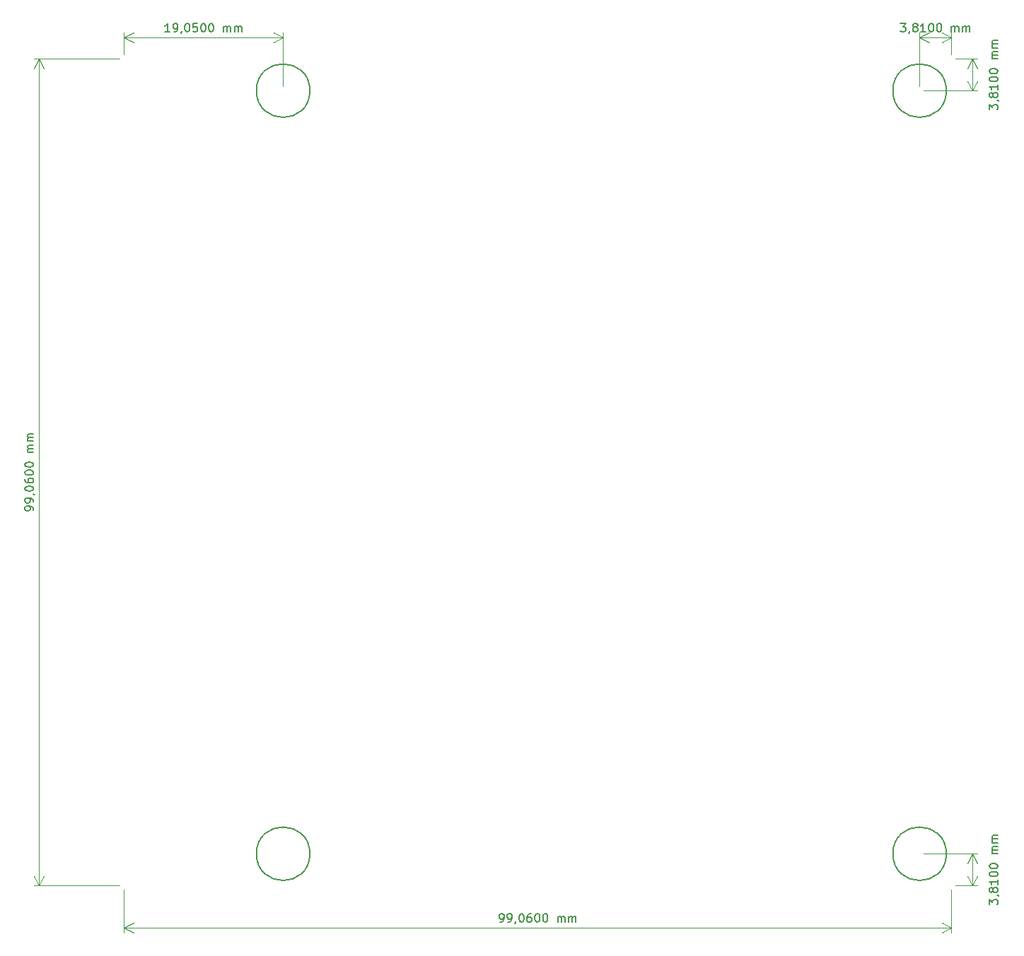
<source format=gbr>
%TF.GenerationSoftware,KiCad,Pcbnew,8.0.4-8.0.4-0~ubuntu22.04.1*%
%TF.CreationDate,2024-08-03T20:12:04+03:00*%
%TF.ProjectId,PM-CPU-ESP,504d2d43-5055-42d4-9553-502e6b696361,rev?*%
%TF.SameCoordinates,Original*%
%TF.FileFunction,Other,Comment*%
%FSLAX46Y46*%
G04 Gerber Fmt 4.6, Leading zero omitted, Abs format (unit mm)*
G04 Created by KiCad (PCBNEW 8.0.4-8.0.4-0~ubuntu22.04.1) date 2024-08-03 20:12:04*
%MOMM*%
%LPD*%
G01*
G04 APERTURE LIST*
%ADD10C,0.150000*%
%ADD11C,0.100000*%
G04 APERTURE END LIST*
D10*
X19624819Y-97233808D02*
X19624819Y-97043332D01*
X19624819Y-97043332D02*
X19577200Y-96948094D01*
X19577200Y-96948094D02*
X19529580Y-96900475D01*
X19529580Y-96900475D02*
X19386723Y-96805237D01*
X19386723Y-96805237D02*
X19196247Y-96757618D01*
X19196247Y-96757618D02*
X18815295Y-96757618D01*
X18815295Y-96757618D02*
X18720057Y-96805237D01*
X18720057Y-96805237D02*
X18672438Y-96852856D01*
X18672438Y-96852856D02*
X18624819Y-96948094D01*
X18624819Y-96948094D02*
X18624819Y-97138570D01*
X18624819Y-97138570D02*
X18672438Y-97233808D01*
X18672438Y-97233808D02*
X18720057Y-97281427D01*
X18720057Y-97281427D02*
X18815295Y-97329046D01*
X18815295Y-97329046D02*
X19053390Y-97329046D01*
X19053390Y-97329046D02*
X19148628Y-97281427D01*
X19148628Y-97281427D02*
X19196247Y-97233808D01*
X19196247Y-97233808D02*
X19243866Y-97138570D01*
X19243866Y-97138570D02*
X19243866Y-96948094D01*
X19243866Y-96948094D02*
X19196247Y-96852856D01*
X19196247Y-96852856D02*
X19148628Y-96805237D01*
X19148628Y-96805237D02*
X19053390Y-96757618D01*
X19624819Y-96281427D02*
X19624819Y-96090951D01*
X19624819Y-96090951D02*
X19577200Y-95995713D01*
X19577200Y-95995713D02*
X19529580Y-95948094D01*
X19529580Y-95948094D02*
X19386723Y-95852856D01*
X19386723Y-95852856D02*
X19196247Y-95805237D01*
X19196247Y-95805237D02*
X18815295Y-95805237D01*
X18815295Y-95805237D02*
X18720057Y-95852856D01*
X18720057Y-95852856D02*
X18672438Y-95900475D01*
X18672438Y-95900475D02*
X18624819Y-95995713D01*
X18624819Y-95995713D02*
X18624819Y-96186189D01*
X18624819Y-96186189D02*
X18672438Y-96281427D01*
X18672438Y-96281427D02*
X18720057Y-96329046D01*
X18720057Y-96329046D02*
X18815295Y-96376665D01*
X18815295Y-96376665D02*
X19053390Y-96376665D01*
X19053390Y-96376665D02*
X19148628Y-96329046D01*
X19148628Y-96329046D02*
X19196247Y-96281427D01*
X19196247Y-96281427D02*
X19243866Y-96186189D01*
X19243866Y-96186189D02*
X19243866Y-95995713D01*
X19243866Y-95995713D02*
X19196247Y-95900475D01*
X19196247Y-95900475D02*
X19148628Y-95852856D01*
X19148628Y-95852856D02*
X19053390Y-95805237D01*
X19577200Y-95329046D02*
X19624819Y-95329046D01*
X19624819Y-95329046D02*
X19720057Y-95376665D01*
X19720057Y-95376665D02*
X19767676Y-95424284D01*
X18624819Y-94709999D02*
X18624819Y-94614761D01*
X18624819Y-94614761D02*
X18672438Y-94519523D01*
X18672438Y-94519523D02*
X18720057Y-94471904D01*
X18720057Y-94471904D02*
X18815295Y-94424285D01*
X18815295Y-94424285D02*
X19005771Y-94376666D01*
X19005771Y-94376666D02*
X19243866Y-94376666D01*
X19243866Y-94376666D02*
X19434342Y-94424285D01*
X19434342Y-94424285D02*
X19529580Y-94471904D01*
X19529580Y-94471904D02*
X19577200Y-94519523D01*
X19577200Y-94519523D02*
X19624819Y-94614761D01*
X19624819Y-94614761D02*
X19624819Y-94709999D01*
X19624819Y-94709999D02*
X19577200Y-94805237D01*
X19577200Y-94805237D02*
X19529580Y-94852856D01*
X19529580Y-94852856D02*
X19434342Y-94900475D01*
X19434342Y-94900475D02*
X19243866Y-94948094D01*
X19243866Y-94948094D02*
X19005771Y-94948094D01*
X19005771Y-94948094D02*
X18815295Y-94900475D01*
X18815295Y-94900475D02*
X18720057Y-94852856D01*
X18720057Y-94852856D02*
X18672438Y-94805237D01*
X18672438Y-94805237D02*
X18624819Y-94709999D01*
X18624819Y-93519523D02*
X18624819Y-93709999D01*
X18624819Y-93709999D02*
X18672438Y-93805237D01*
X18672438Y-93805237D02*
X18720057Y-93852856D01*
X18720057Y-93852856D02*
X18862914Y-93948094D01*
X18862914Y-93948094D02*
X19053390Y-93995713D01*
X19053390Y-93995713D02*
X19434342Y-93995713D01*
X19434342Y-93995713D02*
X19529580Y-93948094D01*
X19529580Y-93948094D02*
X19577200Y-93900475D01*
X19577200Y-93900475D02*
X19624819Y-93805237D01*
X19624819Y-93805237D02*
X19624819Y-93614761D01*
X19624819Y-93614761D02*
X19577200Y-93519523D01*
X19577200Y-93519523D02*
X19529580Y-93471904D01*
X19529580Y-93471904D02*
X19434342Y-93424285D01*
X19434342Y-93424285D02*
X19196247Y-93424285D01*
X19196247Y-93424285D02*
X19101009Y-93471904D01*
X19101009Y-93471904D02*
X19053390Y-93519523D01*
X19053390Y-93519523D02*
X19005771Y-93614761D01*
X19005771Y-93614761D02*
X19005771Y-93805237D01*
X19005771Y-93805237D02*
X19053390Y-93900475D01*
X19053390Y-93900475D02*
X19101009Y-93948094D01*
X19101009Y-93948094D02*
X19196247Y-93995713D01*
X18624819Y-92805237D02*
X18624819Y-92709999D01*
X18624819Y-92709999D02*
X18672438Y-92614761D01*
X18672438Y-92614761D02*
X18720057Y-92567142D01*
X18720057Y-92567142D02*
X18815295Y-92519523D01*
X18815295Y-92519523D02*
X19005771Y-92471904D01*
X19005771Y-92471904D02*
X19243866Y-92471904D01*
X19243866Y-92471904D02*
X19434342Y-92519523D01*
X19434342Y-92519523D02*
X19529580Y-92567142D01*
X19529580Y-92567142D02*
X19577200Y-92614761D01*
X19577200Y-92614761D02*
X19624819Y-92709999D01*
X19624819Y-92709999D02*
X19624819Y-92805237D01*
X19624819Y-92805237D02*
X19577200Y-92900475D01*
X19577200Y-92900475D02*
X19529580Y-92948094D01*
X19529580Y-92948094D02*
X19434342Y-92995713D01*
X19434342Y-92995713D02*
X19243866Y-93043332D01*
X19243866Y-93043332D02*
X19005771Y-93043332D01*
X19005771Y-93043332D02*
X18815295Y-92995713D01*
X18815295Y-92995713D02*
X18720057Y-92948094D01*
X18720057Y-92948094D02*
X18672438Y-92900475D01*
X18672438Y-92900475D02*
X18624819Y-92805237D01*
X18624819Y-91852856D02*
X18624819Y-91757618D01*
X18624819Y-91757618D02*
X18672438Y-91662380D01*
X18672438Y-91662380D02*
X18720057Y-91614761D01*
X18720057Y-91614761D02*
X18815295Y-91567142D01*
X18815295Y-91567142D02*
X19005771Y-91519523D01*
X19005771Y-91519523D02*
X19243866Y-91519523D01*
X19243866Y-91519523D02*
X19434342Y-91567142D01*
X19434342Y-91567142D02*
X19529580Y-91614761D01*
X19529580Y-91614761D02*
X19577200Y-91662380D01*
X19577200Y-91662380D02*
X19624819Y-91757618D01*
X19624819Y-91757618D02*
X19624819Y-91852856D01*
X19624819Y-91852856D02*
X19577200Y-91948094D01*
X19577200Y-91948094D02*
X19529580Y-91995713D01*
X19529580Y-91995713D02*
X19434342Y-92043332D01*
X19434342Y-92043332D02*
X19243866Y-92090951D01*
X19243866Y-92090951D02*
X19005771Y-92090951D01*
X19005771Y-92090951D02*
X18815295Y-92043332D01*
X18815295Y-92043332D02*
X18720057Y-91995713D01*
X18720057Y-91995713D02*
X18672438Y-91948094D01*
X18672438Y-91948094D02*
X18624819Y-91852856D01*
X19624819Y-90329046D02*
X18958152Y-90329046D01*
X19053390Y-90329046D02*
X19005771Y-90281427D01*
X19005771Y-90281427D02*
X18958152Y-90186189D01*
X18958152Y-90186189D02*
X18958152Y-90043332D01*
X18958152Y-90043332D02*
X19005771Y-89948094D01*
X19005771Y-89948094D02*
X19101009Y-89900475D01*
X19101009Y-89900475D02*
X19624819Y-89900475D01*
X19101009Y-89900475D02*
X19005771Y-89852856D01*
X19005771Y-89852856D02*
X18958152Y-89757618D01*
X18958152Y-89757618D02*
X18958152Y-89614761D01*
X18958152Y-89614761D02*
X19005771Y-89519522D01*
X19005771Y-89519522D02*
X19101009Y-89471903D01*
X19101009Y-89471903D02*
X19624819Y-89471903D01*
X19624819Y-88995713D02*
X18958152Y-88995713D01*
X19053390Y-88995713D02*
X19005771Y-88948094D01*
X19005771Y-88948094D02*
X18958152Y-88852856D01*
X18958152Y-88852856D02*
X18958152Y-88709999D01*
X18958152Y-88709999D02*
X19005771Y-88614761D01*
X19005771Y-88614761D02*
X19101009Y-88567142D01*
X19101009Y-88567142D02*
X19624819Y-88567142D01*
X19101009Y-88567142D02*
X19005771Y-88519523D01*
X19005771Y-88519523D02*
X18958152Y-88424285D01*
X18958152Y-88424285D02*
X18958152Y-88281428D01*
X18958152Y-88281428D02*
X19005771Y-88186189D01*
X19005771Y-88186189D02*
X19101009Y-88138570D01*
X19101009Y-88138570D02*
X19624819Y-88138570D01*
D11*
X29980000Y-43180000D02*
X19733580Y-43180000D01*
X29980000Y-142240000D02*
X19733580Y-142240000D01*
X20320000Y-43180000D02*
X20320000Y-142240000D01*
X20320000Y-43180000D02*
X20320000Y-142240000D01*
X20320000Y-43180000D02*
X20906421Y-44306504D01*
X20320000Y-43180000D02*
X19733579Y-44306504D01*
X20320000Y-142240000D02*
X19733579Y-141113496D01*
X20320000Y-142240000D02*
X20906421Y-141113496D01*
D10*
X123444524Y-38944819D02*
X124063571Y-38944819D01*
X124063571Y-38944819D02*
X123730238Y-39325771D01*
X123730238Y-39325771D02*
X123873095Y-39325771D01*
X123873095Y-39325771D02*
X123968333Y-39373390D01*
X123968333Y-39373390D02*
X124015952Y-39421009D01*
X124015952Y-39421009D02*
X124063571Y-39516247D01*
X124063571Y-39516247D02*
X124063571Y-39754342D01*
X124063571Y-39754342D02*
X124015952Y-39849580D01*
X124015952Y-39849580D02*
X123968333Y-39897200D01*
X123968333Y-39897200D02*
X123873095Y-39944819D01*
X123873095Y-39944819D02*
X123587381Y-39944819D01*
X123587381Y-39944819D02*
X123492143Y-39897200D01*
X123492143Y-39897200D02*
X123444524Y-39849580D01*
X124539762Y-39897200D02*
X124539762Y-39944819D01*
X124539762Y-39944819D02*
X124492143Y-40040057D01*
X124492143Y-40040057D02*
X124444524Y-40087676D01*
X125111190Y-39373390D02*
X125015952Y-39325771D01*
X125015952Y-39325771D02*
X124968333Y-39278152D01*
X124968333Y-39278152D02*
X124920714Y-39182914D01*
X124920714Y-39182914D02*
X124920714Y-39135295D01*
X124920714Y-39135295D02*
X124968333Y-39040057D01*
X124968333Y-39040057D02*
X125015952Y-38992438D01*
X125015952Y-38992438D02*
X125111190Y-38944819D01*
X125111190Y-38944819D02*
X125301666Y-38944819D01*
X125301666Y-38944819D02*
X125396904Y-38992438D01*
X125396904Y-38992438D02*
X125444523Y-39040057D01*
X125444523Y-39040057D02*
X125492142Y-39135295D01*
X125492142Y-39135295D02*
X125492142Y-39182914D01*
X125492142Y-39182914D02*
X125444523Y-39278152D01*
X125444523Y-39278152D02*
X125396904Y-39325771D01*
X125396904Y-39325771D02*
X125301666Y-39373390D01*
X125301666Y-39373390D02*
X125111190Y-39373390D01*
X125111190Y-39373390D02*
X125015952Y-39421009D01*
X125015952Y-39421009D02*
X124968333Y-39468628D01*
X124968333Y-39468628D02*
X124920714Y-39563866D01*
X124920714Y-39563866D02*
X124920714Y-39754342D01*
X124920714Y-39754342D02*
X124968333Y-39849580D01*
X124968333Y-39849580D02*
X125015952Y-39897200D01*
X125015952Y-39897200D02*
X125111190Y-39944819D01*
X125111190Y-39944819D02*
X125301666Y-39944819D01*
X125301666Y-39944819D02*
X125396904Y-39897200D01*
X125396904Y-39897200D02*
X125444523Y-39849580D01*
X125444523Y-39849580D02*
X125492142Y-39754342D01*
X125492142Y-39754342D02*
X125492142Y-39563866D01*
X125492142Y-39563866D02*
X125444523Y-39468628D01*
X125444523Y-39468628D02*
X125396904Y-39421009D01*
X125396904Y-39421009D02*
X125301666Y-39373390D01*
X126444523Y-39944819D02*
X125873095Y-39944819D01*
X126158809Y-39944819D02*
X126158809Y-38944819D01*
X126158809Y-38944819D02*
X126063571Y-39087676D01*
X126063571Y-39087676D02*
X125968333Y-39182914D01*
X125968333Y-39182914D02*
X125873095Y-39230533D01*
X127063571Y-38944819D02*
X127158809Y-38944819D01*
X127158809Y-38944819D02*
X127254047Y-38992438D01*
X127254047Y-38992438D02*
X127301666Y-39040057D01*
X127301666Y-39040057D02*
X127349285Y-39135295D01*
X127349285Y-39135295D02*
X127396904Y-39325771D01*
X127396904Y-39325771D02*
X127396904Y-39563866D01*
X127396904Y-39563866D02*
X127349285Y-39754342D01*
X127349285Y-39754342D02*
X127301666Y-39849580D01*
X127301666Y-39849580D02*
X127254047Y-39897200D01*
X127254047Y-39897200D02*
X127158809Y-39944819D01*
X127158809Y-39944819D02*
X127063571Y-39944819D01*
X127063571Y-39944819D02*
X126968333Y-39897200D01*
X126968333Y-39897200D02*
X126920714Y-39849580D01*
X126920714Y-39849580D02*
X126873095Y-39754342D01*
X126873095Y-39754342D02*
X126825476Y-39563866D01*
X126825476Y-39563866D02*
X126825476Y-39325771D01*
X126825476Y-39325771D02*
X126873095Y-39135295D01*
X126873095Y-39135295D02*
X126920714Y-39040057D01*
X126920714Y-39040057D02*
X126968333Y-38992438D01*
X126968333Y-38992438D02*
X127063571Y-38944819D01*
X128015952Y-38944819D02*
X128111190Y-38944819D01*
X128111190Y-38944819D02*
X128206428Y-38992438D01*
X128206428Y-38992438D02*
X128254047Y-39040057D01*
X128254047Y-39040057D02*
X128301666Y-39135295D01*
X128301666Y-39135295D02*
X128349285Y-39325771D01*
X128349285Y-39325771D02*
X128349285Y-39563866D01*
X128349285Y-39563866D02*
X128301666Y-39754342D01*
X128301666Y-39754342D02*
X128254047Y-39849580D01*
X128254047Y-39849580D02*
X128206428Y-39897200D01*
X128206428Y-39897200D02*
X128111190Y-39944819D01*
X128111190Y-39944819D02*
X128015952Y-39944819D01*
X128015952Y-39944819D02*
X127920714Y-39897200D01*
X127920714Y-39897200D02*
X127873095Y-39849580D01*
X127873095Y-39849580D02*
X127825476Y-39754342D01*
X127825476Y-39754342D02*
X127777857Y-39563866D01*
X127777857Y-39563866D02*
X127777857Y-39325771D01*
X127777857Y-39325771D02*
X127825476Y-39135295D01*
X127825476Y-39135295D02*
X127873095Y-39040057D01*
X127873095Y-39040057D02*
X127920714Y-38992438D01*
X127920714Y-38992438D02*
X128015952Y-38944819D01*
X129539762Y-39944819D02*
X129539762Y-39278152D01*
X129539762Y-39373390D02*
X129587381Y-39325771D01*
X129587381Y-39325771D02*
X129682619Y-39278152D01*
X129682619Y-39278152D02*
X129825476Y-39278152D01*
X129825476Y-39278152D02*
X129920714Y-39325771D01*
X129920714Y-39325771D02*
X129968333Y-39421009D01*
X129968333Y-39421009D02*
X129968333Y-39944819D01*
X129968333Y-39421009D02*
X130015952Y-39325771D01*
X130015952Y-39325771D02*
X130111190Y-39278152D01*
X130111190Y-39278152D02*
X130254047Y-39278152D01*
X130254047Y-39278152D02*
X130349286Y-39325771D01*
X130349286Y-39325771D02*
X130396905Y-39421009D01*
X130396905Y-39421009D02*
X130396905Y-39944819D01*
X130873095Y-39944819D02*
X130873095Y-39278152D01*
X130873095Y-39373390D02*
X130920714Y-39325771D01*
X130920714Y-39325771D02*
X131015952Y-39278152D01*
X131015952Y-39278152D02*
X131158809Y-39278152D01*
X131158809Y-39278152D02*
X131254047Y-39325771D01*
X131254047Y-39325771D02*
X131301666Y-39421009D01*
X131301666Y-39421009D02*
X131301666Y-39944819D01*
X131301666Y-39421009D02*
X131349285Y-39325771D01*
X131349285Y-39325771D02*
X131444523Y-39278152D01*
X131444523Y-39278152D02*
X131587380Y-39278152D01*
X131587380Y-39278152D02*
X131682619Y-39325771D01*
X131682619Y-39325771D02*
X131730238Y-39421009D01*
X131730238Y-39421009D02*
X131730238Y-39944819D01*
D11*
X125730000Y-46490000D02*
X125730000Y-40053580D01*
X129540000Y-40053580D02*
X129540000Y-42680000D01*
X125730000Y-40640000D02*
X129540000Y-40640000D01*
X125730000Y-40640000D02*
X129540000Y-40640000D01*
X125730000Y-40640000D02*
X126856504Y-40053579D01*
X125730000Y-40640000D02*
X126856504Y-41226421D01*
X129540000Y-40640000D02*
X128413496Y-41226421D01*
X129540000Y-40640000D02*
X128413496Y-40053579D01*
D10*
X134074819Y-49275475D02*
X134074819Y-48656428D01*
X134074819Y-48656428D02*
X134455771Y-48989761D01*
X134455771Y-48989761D02*
X134455771Y-48846904D01*
X134455771Y-48846904D02*
X134503390Y-48751666D01*
X134503390Y-48751666D02*
X134551009Y-48704047D01*
X134551009Y-48704047D02*
X134646247Y-48656428D01*
X134646247Y-48656428D02*
X134884342Y-48656428D01*
X134884342Y-48656428D02*
X134979580Y-48704047D01*
X134979580Y-48704047D02*
X135027200Y-48751666D01*
X135027200Y-48751666D02*
X135074819Y-48846904D01*
X135074819Y-48846904D02*
X135074819Y-49132618D01*
X135074819Y-49132618D02*
X135027200Y-49227856D01*
X135027200Y-49227856D02*
X134979580Y-49275475D01*
X135027200Y-48180237D02*
X135074819Y-48180237D01*
X135074819Y-48180237D02*
X135170057Y-48227856D01*
X135170057Y-48227856D02*
X135217676Y-48275475D01*
X134503390Y-47608809D02*
X134455771Y-47704047D01*
X134455771Y-47704047D02*
X134408152Y-47751666D01*
X134408152Y-47751666D02*
X134312914Y-47799285D01*
X134312914Y-47799285D02*
X134265295Y-47799285D01*
X134265295Y-47799285D02*
X134170057Y-47751666D01*
X134170057Y-47751666D02*
X134122438Y-47704047D01*
X134122438Y-47704047D02*
X134074819Y-47608809D01*
X134074819Y-47608809D02*
X134074819Y-47418333D01*
X134074819Y-47418333D02*
X134122438Y-47323095D01*
X134122438Y-47323095D02*
X134170057Y-47275476D01*
X134170057Y-47275476D02*
X134265295Y-47227857D01*
X134265295Y-47227857D02*
X134312914Y-47227857D01*
X134312914Y-47227857D02*
X134408152Y-47275476D01*
X134408152Y-47275476D02*
X134455771Y-47323095D01*
X134455771Y-47323095D02*
X134503390Y-47418333D01*
X134503390Y-47418333D02*
X134503390Y-47608809D01*
X134503390Y-47608809D02*
X134551009Y-47704047D01*
X134551009Y-47704047D02*
X134598628Y-47751666D01*
X134598628Y-47751666D02*
X134693866Y-47799285D01*
X134693866Y-47799285D02*
X134884342Y-47799285D01*
X134884342Y-47799285D02*
X134979580Y-47751666D01*
X134979580Y-47751666D02*
X135027200Y-47704047D01*
X135027200Y-47704047D02*
X135074819Y-47608809D01*
X135074819Y-47608809D02*
X135074819Y-47418333D01*
X135074819Y-47418333D02*
X135027200Y-47323095D01*
X135027200Y-47323095D02*
X134979580Y-47275476D01*
X134979580Y-47275476D02*
X134884342Y-47227857D01*
X134884342Y-47227857D02*
X134693866Y-47227857D01*
X134693866Y-47227857D02*
X134598628Y-47275476D01*
X134598628Y-47275476D02*
X134551009Y-47323095D01*
X134551009Y-47323095D02*
X134503390Y-47418333D01*
X135074819Y-46275476D02*
X135074819Y-46846904D01*
X135074819Y-46561190D02*
X134074819Y-46561190D01*
X134074819Y-46561190D02*
X134217676Y-46656428D01*
X134217676Y-46656428D02*
X134312914Y-46751666D01*
X134312914Y-46751666D02*
X134360533Y-46846904D01*
X134074819Y-45656428D02*
X134074819Y-45561190D01*
X134074819Y-45561190D02*
X134122438Y-45465952D01*
X134122438Y-45465952D02*
X134170057Y-45418333D01*
X134170057Y-45418333D02*
X134265295Y-45370714D01*
X134265295Y-45370714D02*
X134455771Y-45323095D01*
X134455771Y-45323095D02*
X134693866Y-45323095D01*
X134693866Y-45323095D02*
X134884342Y-45370714D01*
X134884342Y-45370714D02*
X134979580Y-45418333D01*
X134979580Y-45418333D02*
X135027200Y-45465952D01*
X135027200Y-45465952D02*
X135074819Y-45561190D01*
X135074819Y-45561190D02*
X135074819Y-45656428D01*
X135074819Y-45656428D02*
X135027200Y-45751666D01*
X135027200Y-45751666D02*
X134979580Y-45799285D01*
X134979580Y-45799285D02*
X134884342Y-45846904D01*
X134884342Y-45846904D02*
X134693866Y-45894523D01*
X134693866Y-45894523D02*
X134455771Y-45894523D01*
X134455771Y-45894523D02*
X134265295Y-45846904D01*
X134265295Y-45846904D02*
X134170057Y-45799285D01*
X134170057Y-45799285D02*
X134122438Y-45751666D01*
X134122438Y-45751666D02*
X134074819Y-45656428D01*
X134074819Y-44704047D02*
X134074819Y-44608809D01*
X134074819Y-44608809D02*
X134122438Y-44513571D01*
X134122438Y-44513571D02*
X134170057Y-44465952D01*
X134170057Y-44465952D02*
X134265295Y-44418333D01*
X134265295Y-44418333D02*
X134455771Y-44370714D01*
X134455771Y-44370714D02*
X134693866Y-44370714D01*
X134693866Y-44370714D02*
X134884342Y-44418333D01*
X134884342Y-44418333D02*
X134979580Y-44465952D01*
X134979580Y-44465952D02*
X135027200Y-44513571D01*
X135027200Y-44513571D02*
X135074819Y-44608809D01*
X135074819Y-44608809D02*
X135074819Y-44704047D01*
X135074819Y-44704047D02*
X135027200Y-44799285D01*
X135027200Y-44799285D02*
X134979580Y-44846904D01*
X134979580Y-44846904D02*
X134884342Y-44894523D01*
X134884342Y-44894523D02*
X134693866Y-44942142D01*
X134693866Y-44942142D02*
X134455771Y-44942142D01*
X134455771Y-44942142D02*
X134265295Y-44894523D01*
X134265295Y-44894523D02*
X134170057Y-44846904D01*
X134170057Y-44846904D02*
X134122438Y-44799285D01*
X134122438Y-44799285D02*
X134074819Y-44704047D01*
X135074819Y-43180237D02*
X134408152Y-43180237D01*
X134503390Y-43180237D02*
X134455771Y-43132618D01*
X134455771Y-43132618D02*
X134408152Y-43037380D01*
X134408152Y-43037380D02*
X134408152Y-42894523D01*
X134408152Y-42894523D02*
X134455771Y-42799285D01*
X134455771Y-42799285D02*
X134551009Y-42751666D01*
X134551009Y-42751666D02*
X135074819Y-42751666D01*
X134551009Y-42751666D02*
X134455771Y-42704047D01*
X134455771Y-42704047D02*
X134408152Y-42608809D01*
X134408152Y-42608809D02*
X134408152Y-42465952D01*
X134408152Y-42465952D02*
X134455771Y-42370713D01*
X134455771Y-42370713D02*
X134551009Y-42323094D01*
X134551009Y-42323094D02*
X135074819Y-42323094D01*
X135074819Y-41846904D02*
X134408152Y-41846904D01*
X134503390Y-41846904D02*
X134455771Y-41799285D01*
X134455771Y-41799285D02*
X134408152Y-41704047D01*
X134408152Y-41704047D02*
X134408152Y-41561190D01*
X134408152Y-41561190D02*
X134455771Y-41465952D01*
X134455771Y-41465952D02*
X134551009Y-41418333D01*
X134551009Y-41418333D02*
X135074819Y-41418333D01*
X134551009Y-41418333D02*
X134455771Y-41370714D01*
X134455771Y-41370714D02*
X134408152Y-41275476D01*
X134408152Y-41275476D02*
X134408152Y-41132619D01*
X134408152Y-41132619D02*
X134455771Y-41037380D01*
X134455771Y-41037380D02*
X134551009Y-40989761D01*
X134551009Y-40989761D02*
X135074819Y-40989761D01*
D11*
X126230000Y-46990000D02*
X132666420Y-46990000D01*
X132666420Y-43180000D02*
X130040000Y-43180000D01*
X132080000Y-46990000D02*
X132080000Y-43180000D01*
X132080000Y-46990000D02*
X132080000Y-43180000D01*
X132080000Y-46990000D02*
X131493579Y-45863496D01*
X132080000Y-46990000D02*
X132666421Y-45863496D01*
X132080000Y-43180000D02*
X132666421Y-44306504D01*
X132080000Y-43180000D02*
X131493579Y-44306504D01*
D10*
X75486191Y-146624819D02*
X75676667Y-146624819D01*
X75676667Y-146624819D02*
X75771905Y-146577200D01*
X75771905Y-146577200D02*
X75819524Y-146529580D01*
X75819524Y-146529580D02*
X75914762Y-146386723D01*
X75914762Y-146386723D02*
X75962381Y-146196247D01*
X75962381Y-146196247D02*
X75962381Y-145815295D01*
X75962381Y-145815295D02*
X75914762Y-145720057D01*
X75914762Y-145720057D02*
X75867143Y-145672438D01*
X75867143Y-145672438D02*
X75771905Y-145624819D01*
X75771905Y-145624819D02*
X75581429Y-145624819D01*
X75581429Y-145624819D02*
X75486191Y-145672438D01*
X75486191Y-145672438D02*
X75438572Y-145720057D01*
X75438572Y-145720057D02*
X75390953Y-145815295D01*
X75390953Y-145815295D02*
X75390953Y-146053390D01*
X75390953Y-146053390D02*
X75438572Y-146148628D01*
X75438572Y-146148628D02*
X75486191Y-146196247D01*
X75486191Y-146196247D02*
X75581429Y-146243866D01*
X75581429Y-146243866D02*
X75771905Y-146243866D01*
X75771905Y-146243866D02*
X75867143Y-146196247D01*
X75867143Y-146196247D02*
X75914762Y-146148628D01*
X75914762Y-146148628D02*
X75962381Y-146053390D01*
X76438572Y-146624819D02*
X76629048Y-146624819D01*
X76629048Y-146624819D02*
X76724286Y-146577200D01*
X76724286Y-146577200D02*
X76771905Y-146529580D01*
X76771905Y-146529580D02*
X76867143Y-146386723D01*
X76867143Y-146386723D02*
X76914762Y-146196247D01*
X76914762Y-146196247D02*
X76914762Y-145815295D01*
X76914762Y-145815295D02*
X76867143Y-145720057D01*
X76867143Y-145720057D02*
X76819524Y-145672438D01*
X76819524Y-145672438D02*
X76724286Y-145624819D01*
X76724286Y-145624819D02*
X76533810Y-145624819D01*
X76533810Y-145624819D02*
X76438572Y-145672438D01*
X76438572Y-145672438D02*
X76390953Y-145720057D01*
X76390953Y-145720057D02*
X76343334Y-145815295D01*
X76343334Y-145815295D02*
X76343334Y-146053390D01*
X76343334Y-146053390D02*
X76390953Y-146148628D01*
X76390953Y-146148628D02*
X76438572Y-146196247D01*
X76438572Y-146196247D02*
X76533810Y-146243866D01*
X76533810Y-146243866D02*
X76724286Y-146243866D01*
X76724286Y-146243866D02*
X76819524Y-146196247D01*
X76819524Y-146196247D02*
X76867143Y-146148628D01*
X76867143Y-146148628D02*
X76914762Y-146053390D01*
X77390953Y-146577200D02*
X77390953Y-146624819D01*
X77390953Y-146624819D02*
X77343334Y-146720057D01*
X77343334Y-146720057D02*
X77295715Y-146767676D01*
X78010000Y-145624819D02*
X78105238Y-145624819D01*
X78105238Y-145624819D02*
X78200476Y-145672438D01*
X78200476Y-145672438D02*
X78248095Y-145720057D01*
X78248095Y-145720057D02*
X78295714Y-145815295D01*
X78295714Y-145815295D02*
X78343333Y-146005771D01*
X78343333Y-146005771D02*
X78343333Y-146243866D01*
X78343333Y-146243866D02*
X78295714Y-146434342D01*
X78295714Y-146434342D02*
X78248095Y-146529580D01*
X78248095Y-146529580D02*
X78200476Y-146577200D01*
X78200476Y-146577200D02*
X78105238Y-146624819D01*
X78105238Y-146624819D02*
X78010000Y-146624819D01*
X78010000Y-146624819D02*
X77914762Y-146577200D01*
X77914762Y-146577200D02*
X77867143Y-146529580D01*
X77867143Y-146529580D02*
X77819524Y-146434342D01*
X77819524Y-146434342D02*
X77771905Y-146243866D01*
X77771905Y-146243866D02*
X77771905Y-146005771D01*
X77771905Y-146005771D02*
X77819524Y-145815295D01*
X77819524Y-145815295D02*
X77867143Y-145720057D01*
X77867143Y-145720057D02*
X77914762Y-145672438D01*
X77914762Y-145672438D02*
X78010000Y-145624819D01*
X79200476Y-145624819D02*
X79010000Y-145624819D01*
X79010000Y-145624819D02*
X78914762Y-145672438D01*
X78914762Y-145672438D02*
X78867143Y-145720057D01*
X78867143Y-145720057D02*
X78771905Y-145862914D01*
X78771905Y-145862914D02*
X78724286Y-146053390D01*
X78724286Y-146053390D02*
X78724286Y-146434342D01*
X78724286Y-146434342D02*
X78771905Y-146529580D01*
X78771905Y-146529580D02*
X78819524Y-146577200D01*
X78819524Y-146577200D02*
X78914762Y-146624819D01*
X78914762Y-146624819D02*
X79105238Y-146624819D01*
X79105238Y-146624819D02*
X79200476Y-146577200D01*
X79200476Y-146577200D02*
X79248095Y-146529580D01*
X79248095Y-146529580D02*
X79295714Y-146434342D01*
X79295714Y-146434342D02*
X79295714Y-146196247D01*
X79295714Y-146196247D02*
X79248095Y-146101009D01*
X79248095Y-146101009D02*
X79200476Y-146053390D01*
X79200476Y-146053390D02*
X79105238Y-146005771D01*
X79105238Y-146005771D02*
X78914762Y-146005771D01*
X78914762Y-146005771D02*
X78819524Y-146053390D01*
X78819524Y-146053390D02*
X78771905Y-146101009D01*
X78771905Y-146101009D02*
X78724286Y-146196247D01*
X79914762Y-145624819D02*
X80010000Y-145624819D01*
X80010000Y-145624819D02*
X80105238Y-145672438D01*
X80105238Y-145672438D02*
X80152857Y-145720057D01*
X80152857Y-145720057D02*
X80200476Y-145815295D01*
X80200476Y-145815295D02*
X80248095Y-146005771D01*
X80248095Y-146005771D02*
X80248095Y-146243866D01*
X80248095Y-146243866D02*
X80200476Y-146434342D01*
X80200476Y-146434342D02*
X80152857Y-146529580D01*
X80152857Y-146529580D02*
X80105238Y-146577200D01*
X80105238Y-146577200D02*
X80010000Y-146624819D01*
X80010000Y-146624819D02*
X79914762Y-146624819D01*
X79914762Y-146624819D02*
X79819524Y-146577200D01*
X79819524Y-146577200D02*
X79771905Y-146529580D01*
X79771905Y-146529580D02*
X79724286Y-146434342D01*
X79724286Y-146434342D02*
X79676667Y-146243866D01*
X79676667Y-146243866D02*
X79676667Y-146005771D01*
X79676667Y-146005771D02*
X79724286Y-145815295D01*
X79724286Y-145815295D02*
X79771905Y-145720057D01*
X79771905Y-145720057D02*
X79819524Y-145672438D01*
X79819524Y-145672438D02*
X79914762Y-145624819D01*
X80867143Y-145624819D02*
X80962381Y-145624819D01*
X80962381Y-145624819D02*
X81057619Y-145672438D01*
X81057619Y-145672438D02*
X81105238Y-145720057D01*
X81105238Y-145720057D02*
X81152857Y-145815295D01*
X81152857Y-145815295D02*
X81200476Y-146005771D01*
X81200476Y-146005771D02*
X81200476Y-146243866D01*
X81200476Y-146243866D02*
X81152857Y-146434342D01*
X81152857Y-146434342D02*
X81105238Y-146529580D01*
X81105238Y-146529580D02*
X81057619Y-146577200D01*
X81057619Y-146577200D02*
X80962381Y-146624819D01*
X80962381Y-146624819D02*
X80867143Y-146624819D01*
X80867143Y-146624819D02*
X80771905Y-146577200D01*
X80771905Y-146577200D02*
X80724286Y-146529580D01*
X80724286Y-146529580D02*
X80676667Y-146434342D01*
X80676667Y-146434342D02*
X80629048Y-146243866D01*
X80629048Y-146243866D02*
X80629048Y-146005771D01*
X80629048Y-146005771D02*
X80676667Y-145815295D01*
X80676667Y-145815295D02*
X80724286Y-145720057D01*
X80724286Y-145720057D02*
X80771905Y-145672438D01*
X80771905Y-145672438D02*
X80867143Y-145624819D01*
X82390953Y-146624819D02*
X82390953Y-145958152D01*
X82390953Y-146053390D02*
X82438572Y-146005771D01*
X82438572Y-146005771D02*
X82533810Y-145958152D01*
X82533810Y-145958152D02*
X82676667Y-145958152D01*
X82676667Y-145958152D02*
X82771905Y-146005771D01*
X82771905Y-146005771D02*
X82819524Y-146101009D01*
X82819524Y-146101009D02*
X82819524Y-146624819D01*
X82819524Y-146101009D02*
X82867143Y-146005771D01*
X82867143Y-146005771D02*
X82962381Y-145958152D01*
X82962381Y-145958152D02*
X83105238Y-145958152D01*
X83105238Y-145958152D02*
X83200477Y-146005771D01*
X83200477Y-146005771D02*
X83248096Y-146101009D01*
X83248096Y-146101009D02*
X83248096Y-146624819D01*
X83724286Y-146624819D02*
X83724286Y-145958152D01*
X83724286Y-146053390D02*
X83771905Y-146005771D01*
X83771905Y-146005771D02*
X83867143Y-145958152D01*
X83867143Y-145958152D02*
X84010000Y-145958152D01*
X84010000Y-145958152D02*
X84105238Y-146005771D01*
X84105238Y-146005771D02*
X84152857Y-146101009D01*
X84152857Y-146101009D02*
X84152857Y-146624819D01*
X84152857Y-146101009D02*
X84200476Y-146005771D01*
X84200476Y-146005771D02*
X84295714Y-145958152D01*
X84295714Y-145958152D02*
X84438571Y-145958152D01*
X84438571Y-145958152D02*
X84533810Y-146005771D01*
X84533810Y-146005771D02*
X84581429Y-146101009D01*
X84581429Y-146101009D02*
X84581429Y-146624819D01*
D11*
X30480000Y-142740000D02*
X30480000Y-147906420D01*
X129540000Y-147906420D02*
X129540000Y-142740000D01*
X30480000Y-147320000D02*
X129540000Y-147320000D01*
X30480000Y-147320000D02*
X129540000Y-147320000D01*
X30480000Y-147320000D02*
X31606504Y-146733579D01*
X30480000Y-147320000D02*
X31606504Y-147906421D01*
X129540000Y-147320000D02*
X128413496Y-147906421D01*
X129540000Y-147320000D02*
X128413496Y-146733579D01*
D10*
X35957381Y-39944819D02*
X35385953Y-39944819D01*
X35671667Y-39944819D02*
X35671667Y-38944819D01*
X35671667Y-38944819D02*
X35576429Y-39087676D01*
X35576429Y-39087676D02*
X35481191Y-39182914D01*
X35481191Y-39182914D02*
X35385953Y-39230533D01*
X36433572Y-39944819D02*
X36624048Y-39944819D01*
X36624048Y-39944819D02*
X36719286Y-39897200D01*
X36719286Y-39897200D02*
X36766905Y-39849580D01*
X36766905Y-39849580D02*
X36862143Y-39706723D01*
X36862143Y-39706723D02*
X36909762Y-39516247D01*
X36909762Y-39516247D02*
X36909762Y-39135295D01*
X36909762Y-39135295D02*
X36862143Y-39040057D01*
X36862143Y-39040057D02*
X36814524Y-38992438D01*
X36814524Y-38992438D02*
X36719286Y-38944819D01*
X36719286Y-38944819D02*
X36528810Y-38944819D01*
X36528810Y-38944819D02*
X36433572Y-38992438D01*
X36433572Y-38992438D02*
X36385953Y-39040057D01*
X36385953Y-39040057D02*
X36338334Y-39135295D01*
X36338334Y-39135295D02*
X36338334Y-39373390D01*
X36338334Y-39373390D02*
X36385953Y-39468628D01*
X36385953Y-39468628D02*
X36433572Y-39516247D01*
X36433572Y-39516247D02*
X36528810Y-39563866D01*
X36528810Y-39563866D02*
X36719286Y-39563866D01*
X36719286Y-39563866D02*
X36814524Y-39516247D01*
X36814524Y-39516247D02*
X36862143Y-39468628D01*
X36862143Y-39468628D02*
X36909762Y-39373390D01*
X37385953Y-39897200D02*
X37385953Y-39944819D01*
X37385953Y-39944819D02*
X37338334Y-40040057D01*
X37338334Y-40040057D02*
X37290715Y-40087676D01*
X38005000Y-38944819D02*
X38100238Y-38944819D01*
X38100238Y-38944819D02*
X38195476Y-38992438D01*
X38195476Y-38992438D02*
X38243095Y-39040057D01*
X38243095Y-39040057D02*
X38290714Y-39135295D01*
X38290714Y-39135295D02*
X38338333Y-39325771D01*
X38338333Y-39325771D02*
X38338333Y-39563866D01*
X38338333Y-39563866D02*
X38290714Y-39754342D01*
X38290714Y-39754342D02*
X38243095Y-39849580D01*
X38243095Y-39849580D02*
X38195476Y-39897200D01*
X38195476Y-39897200D02*
X38100238Y-39944819D01*
X38100238Y-39944819D02*
X38005000Y-39944819D01*
X38005000Y-39944819D02*
X37909762Y-39897200D01*
X37909762Y-39897200D02*
X37862143Y-39849580D01*
X37862143Y-39849580D02*
X37814524Y-39754342D01*
X37814524Y-39754342D02*
X37766905Y-39563866D01*
X37766905Y-39563866D02*
X37766905Y-39325771D01*
X37766905Y-39325771D02*
X37814524Y-39135295D01*
X37814524Y-39135295D02*
X37862143Y-39040057D01*
X37862143Y-39040057D02*
X37909762Y-38992438D01*
X37909762Y-38992438D02*
X38005000Y-38944819D01*
X39243095Y-38944819D02*
X38766905Y-38944819D01*
X38766905Y-38944819D02*
X38719286Y-39421009D01*
X38719286Y-39421009D02*
X38766905Y-39373390D01*
X38766905Y-39373390D02*
X38862143Y-39325771D01*
X38862143Y-39325771D02*
X39100238Y-39325771D01*
X39100238Y-39325771D02*
X39195476Y-39373390D01*
X39195476Y-39373390D02*
X39243095Y-39421009D01*
X39243095Y-39421009D02*
X39290714Y-39516247D01*
X39290714Y-39516247D02*
X39290714Y-39754342D01*
X39290714Y-39754342D02*
X39243095Y-39849580D01*
X39243095Y-39849580D02*
X39195476Y-39897200D01*
X39195476Y-39897200D02*
X39100238Y-39944819D01*
X39100238Y-39944819D02*
X38862143Y-39944819D01*
X38862143Y-39944819D02*
X38766905Y-39897200D01*
X38766905Y-39897200D02*
X38719286Y-39849580D01*
X39909762Y-38944819D02*
X40005000Y-38944819D01*
X40005000Y-38944819D02*
X40100238Y-38992438D01*
X40100238Y-38992438D02*
X40147857Y-39040057D01*
X40147857Y-39040057D02*
X40195476Y-39135295D01*
X40195476Y-39135295D02*
X40243095Y-39325771D01*
X40243095Y-39325771D02*
X40243095Y-39563866D01*
X40243095Y-39563866D02*
X40195476Y-39754342D01*
X40195476Y-39754342D02*
X40147857Y-39849580D01*
X40147857Y-39849580D02*
X40100238Y-39897200D01*
X40100238Y-39897200D02*
X40005000Y-39944819D01*
X40005000Y-39944819D02*
X39909762Y-39944819D01*
X39909762Y-39944819D02*
X39814524Y-39897200D01*
X39814524Y-39897200D02*
X39766905Y-39849580D01*
X39766905Y-39849580D02*
X39719286Y-39754342D01*
X39719286Y-39754342D02*
X39671667Y-39563866D01*
X39671667Y-39563866D02*
X39671667Y-39325771D01*
X39671667Y-39325771D02*
X39719286Y-39135295D01*
X39719286Y-39135295D02*
X39766905Y-39040057D01*
X39766905Y-39040057D02*
X39814524Y-38992438D01*
X39814524Y-38992438D02*
X39909762Y-38944819D01*
X40862143Y-38944819D02*
X40957381Y-38944819D01*
X40957381Y-38944819D02*
X41052619Y-38992438D01*
X41052619Y-38992438D02*
X41100238Y-39040057D01*
X41100238Y-39040057D02*
X41147857Y-39135295D01*
X41147857Y-39135295D02*
X41195476Y-39325771D01*
X41195476Y-39325771D02*
X41195476Y-39563866D01*
X41195476Y-39563866D02*
X41147857Y-39754342D01*
X41147857Y-39754342D02*
X41100238Y-39849580D01*
X41100238Y-39849580D02*
X41052619Y-39897200D01*
X41052619Y-39897200D02*
X40957381Y-39944819D01*
X40957381Y-39944819D02*
X40862143Y-39944819D01*
X40862143Y-39944819D02*
X40766905Y-39897200D01*
X40766905Y-39897200D02*
X40719286Y-39849580D01*
X40719286Y-39849580D02*
X40671667Y-39754342D01*
X40671667Y-39754342D02*
X40624048Y-39563866D01*
X40624048Y-39563866D02*
X40624048Y-39325771D01*
X40624048Y-39325771D02*
X40671667Y-39135295D01*
X40671667Y-39135295D02*
X40719286Y-39040057D01*
X40719286Y-39040057D02*
X40766905Y-38992438D01*
X40766905Y-38992438D02*
X40862143Y-38944819D01*
X42385953Y-39944819D02*
X42385953Y-39278152D01*
X42385953Y-39373390D02*
X42433572Y-39325771D01*
X42433572Y-39325771D02*
X42528810Y-39278152D01*
X42528810Y-39278152D02*
X42671667Y-39278152D01*
X42671667Y-39278152D02*
X42766905Y-39325771D01*
X42766905Y-39325771D02*
X42814524Y-39421009D01*
X42814524Y-39421009D02*
X42814524Y-39944819D01*
X42814524Y-39421009D02*
X42862143Y-39325771D01*
X42862143Y-39325771D02*
X42957381Y-39278152D01*
X42957381Y-39278152D02*
X43100238Y-39278152D01*
X43100238Y-39278152D02*
X43195477Y-39325771D01*
X43195477Y-39325771D02*
X43243096Y-39421009D01*
X43243096Y-39421009D02*
X43243096Y-39944819D01*
X43719286Y-39944819D02*
X43719286Y-39278152D01*
X43719286Y-39373390D02*
X43766905Y-39325771D01*
X43766905Y-39325771D02*
X43862143Y-39278152D01*
X43862143Y-39278152D02*
X44005000Y-39278152D01*
X44005000Y-39278152D02*
X44100238Y-39325771D01*
X44100238Y-39325771D02*
X44147857Y-39421009D01*
X44147857Y-39421009D02*
X44147857Y-39944819D01*
X44147857Y-39421009D02*
X44195476Y-39325771D01*
X44195476Y-39325771D02*
X44290714Y-39278152D01*
X44290714Y-39278152D02*
X44433571Y-39278152D01*
X44433571Y-39278152D02*
X44528810Y-39325771D01*
X44528810Y-39325771D02*
X44576429Y-39421009D01*
X44576429Y-39421009D02*
X44576429Y-39944819D01*
D11*
X30480000Y-42680000D02*
X30480000Y-40053580D01*
X49530000Y-40053580D02*
X49530000Y-46490000D01*
X30480000Y-40640000D02*
X49530000Y-40640000D01*
X30480000Y-40640000D02*
X49530000Y-40640000D01*
X30480000Y-40640000D02*
X31606504Y-40053579D01*
X30480000Y-40640000D02*
X31606504Y-41226421D01*
X49530000Y-40640000D02*
X48403496Y-41226421D01*
X49530000Y-40640000D02*
X48403496Y-40053579D01*
D10*
X134074819Y-144525475D02*
X134074819Y-143906428D01*
X134074819Y-143906428D02*
X134455771Y-144239761D01*
X134455771Y-144239761D02*
X134455771Y-144096904D01*
X134455771Y-144096904D02*
X134503390Y-144001666D01*
X134503390Y-144001666D02*
X134551009Y-143954047D01*
X134551009Y-143954047D02*
X134646247Y-143906428D01*
X134646247Y-143906428D02*
X134884342Y-143906428D01*
X134884342Y-143906428D02*
X134979580Y-143954047D01*
X134979580Y-143954047D02*
X135027200Y-144001666D01*
X135027200Y-144001666D02*
X135074819Y-144096904D01*
X135074819Y-144096904D02*
X135074819Y-144382618D01*
X135074819Y-144382618D02*
X135027200Y-144477856D01*
X135027200Y-144477856D02*
X134979580Y-144525475D01*
X135027200Y-143430237D02*
X135074819Y-143430237D01*
X135074819Y-143430237D02*
X135170057Y-143477856D01*
X135170057Y-143477856D02*
X135217676Y-143525475D01*
X134503390Y-142858809D02*
X134455771Y-142954047D01*
X134455771Y-142954047D02*
X134408152Y-143001666D01*
X134408152Y-143001666D02*
X134312914Y-143049285D01*
X134312914Y-143049285D02*
X134265295Y-143049285D01*
X134265295Y-143049285D02*
X134170057Y-143001666D01*
X134170057Y-143001666D02*
X134122438Y-142954047D01*
X134122438Y-142954047D02*
X134074819Y-142858809D01*
X134074819Y-142858809D02*
X134074819Y-142668333D01*
X134074819Y-142668333D02*
X134122438Y-142573095D01*
X134122438Y-142573095D02*
X134170057Y-142525476D01*
X134170057Y-142525476D02*
X134265295Y-142477857D01*
X134265295Y-142477857D02*
X134312914Y-142477857D01*
X134312914Y-142477857D02*
X134408152Y-142525476D01*
X134408152Y-142525476D02*
X134455771Y-142573095D01*
X134455771Y-142573095D02*
X134503390Y-142668333D01*
X134503390Y-142668333D02*
X134503390Y-142858809D01*
X134503390Y-142858809D02*
X134551009Y-142954047D01*
X134551009Y-142954047D02*
X134598628Y-143001666D01*
X134598628Y-143001666D02*
X134693866Y-143049285D01*
X134693866Y-143049285D02*
X134884342Y-143049285D01*
X134884342Y-143049285D02*
X134979580Y-143001666D01*
X134979580Y-143001666D02*
X135027200Y-142954047D01*
X135027200Y-142954047D02*
X135074819Y-142858809D01*
X135074819Y-142858809D02*
X135074819Y-142668333D01*
X135074819Y-142668333D02*
X135027200Y-142573095D01*
X135027200Y-142573095D02*
X134979580Y-142525476D01*
X134979580Y-142525476D02*
X134884342Y-142477857D01*
X134884342Y-142477857D02*
X134693866Y-142477857D01*
X134693866Y-142477857D02*
X134598628Y-142525476D01*
X134598628Y-142525476D02*
X134551009Y-142573095D01*
X134551009Y-142573095D02*
X134503390Y-142668333D01*
X135074819Y-141525476D02*
X135074819Y-142096904D01*
X135074819Y-141811190D02*
X134074819Y-141811190D01*
X134074819Y-141811190D02*
X134217676Y-141906428D01*
X134217676Y-141906428D02*
X134312914Y-142001666D01*
X134312914Y-142001666D02*
X134360533Y-142096904D01*
X134074819Y-140906428D02*
X134074819Y-140811190D01*
X134074819Y-140811190D02*
X134122438Y-140715952D01*
X134122438Y-140715952D02*
X134170057Y-140668333D01*
X134170057Y-140668333D02*
X134265295Y-140620714D01*
X134265295Y-140620714D02*
X134455771Y-140573095D01*
X134455771Y-140573095D02*
X134693866Y-140573095D01*
X134693866Y-140573095D02*
X134884342Y-140620714D01*
X134884342Y-140620714D02*
X134979580Y-140668333D01*
X134979580Y-140668333D02*
X135027200Y-140715952D01*
X135027200Y-140715952D02*
X135074819Y-140811190D01*
X135074819Y-140811190D02*
X135074819Y-140906428D01*
X135074819Y-140906428D02*
X135027200Y-141001666D01*
X135027200Y-141001666D02*
X134979580Y-141049285D01*
X134979580Y-141049285D02*
X134884342Y-141096904D01*
X134884342Y-141096904D02*
X134693866Y-141144523D01*
X134693866Y-141144523D02*
X134455771Y-141144523D01*
X134455771Y-141144523D02*
X134265295Y-141096904D01*
X134265295Y-141096904D02*
X134170057Y-141049285D01*
X134170057Y-141049285D02*
X134122438Y-141001666D01*
X134122438Y-141001666D02*
X134074819Y-140906428D01*
X134074819Y-139954047D02*
X134074819Y-139858809D01*
X134074819Y-139858809D02*
X134122438Y-139763571D01*
X134122438Y-139763571D02*
X134170057Y-139715952D01*
X134170057Y-139715952D02*
X134265295Y-139668333D01*
X134265295Y-139668333D02*
X134455771Y-139620714D01*
X134455771Y-139620714D02*
X134693866Y-139620714D01*
X134693866Y-139620714D02*
X134884342Y-139668333D01*
X134884342Y-139668333D02*
X134979580Y-139715952D01*
X134979580Y-139715952D02*
X135027200Y-139763571D01*
X135027200Y-139763571D02*
X135074819Y-139858809D01*
X135074819Y-139858809D02*
X135074819Y-139954047D01*
X135074819Y-139954047D02*
X135027200Y-140049285D01*
X135027200Y-140049285D02*
X134979580Y-140096904D01*
X134979580Y-140096904D02*
X134884342Y-140144523D01*
X134884342Y-140144523D02*
X134693866Y-140192142D01*
X134693866Y-140192142D02*
X134455771Y-140192142D01*
X134455771Y-140192142D02*
X134265295Y-140144523D01*
X134265295Y-140144523D02*
X134170057Y-140096904D01*
X134170057Y-140096904D02*
X134122438Y-140049285D01*
X134122438Y-140049285D02*
X134074819Y-139954047D01*
X135074819Y-138430237D02*
X134408152Y-138430237D01*
X134503390Y-138430237D02*
X134455771Y-138382618D01*
X134455771Y-138382618D02*
X134408152Y-138287380D01*
X134408152Y-138287380D02*
X134408152Y-138144523D01*
X134408152Y-138144523D02*
X134455771Y-138049285D01*
X134455771Y-138049285D02*
X134551009Y-138001666D01*
X134551009Y-138001666D02*
X135074819Y-138001666D01*
X134551009Y-138001666D02*
X134455771Y-137954047D01*
X134455771Y-137954047D02*
X134408152Y-137858809D01*
X134408152Y-137858809D02*
X134408152Y-137715952D01*
X134408152Y-137715952D02*
X134455771Y-137620713D01*
X134455771Y-137620713D02*
X134551009Y-137573094D01*
X134551009Y-137573094D02*
X135074819Y-137573094D01*
X135074819Y-137096904D02*
X134408152Y-137096904D01*
X134503390Y-137096904D02*
X134455771Y-137049285D01*
X134455771Y-137049285D02*
X134408152Y-136954047D01*
X134408152Y-136954047D02*
X134408152Y-136811190D01*
X134408152Y-136811190D02*
X134455771Y-136715952D01*
X134455771Y-136715952D02*
X134551009Y-136668333D01*
X134551009Y-136668333D02*
X135074819Y-136668333D01*
X134551009Y-136668333D02*
X134455771Y-136620714D01*
X134455771Y-136620714D02*
X134408152Y-136525476D01*
X134408152Y-136525476D02*
X134408152Y-136382619D01*
X134408152Y-136382619D02*
X134455771Y-136287380D01*
X134455771Y-136287380D02*
X134551009Y-136239761D01*
X134551009Y-136239761D02*
X135074819Y-136239761D01*
D11*
X126230000Y-138430000D02*
X132666420Y-138430000D01*
X132666420Y-142240000D02*
X130040000Y-142240000D01*
X132080000Y-138430000D02*
X132080000Y-142240000D01*
X132080000Y-138430000D02*
X132080000Y-142240000D01*
X132080000Y-138430000D02*
X132666421Y-139556504D01*
X132080000Y-138430000D02*
X131493579Y-139556504D01*
X132080000Y-142240000D02*
X131493579Y-141113496D01*
X132080000Y-142240000D02*
X132666421Y-141113496D01*
D10*
%TO.C,H4*%
X52730000Y-138430000D02*
G75*
G02*
X46330000Y-138430000I-3200000J0D01*
G01*
X46330000Y-138430000D02*
G75*
G02*
X52730000Y-138430000I3200000J0D01*
G01*
%TO.C,H3*%
X128930000Y-138430000D02*
G75*
G02*
X122530000Y-138430000I-3200000J0D01*
G01*
X122530000Y-138430000D02*
G75*
G02*
X128930000Y-138430000I3200000J0D01*
G01*
%TO.C,H1*%
X52730000Y-46990000D02*
G75*
G02*
X46330000Y-46990000I-3200000J0D01*
G01*
X46330000Y-46990000D02*
G75*
G02*
X52730000Y-46990000I3200000J0D01*
G01*
%TO.C,H2*%
X128930000Y-46990000D02*
G75*
G02*
X122530000Y-46990000I-3200000J0D01*
G01*
X122530000Y-46990000D02*
G75*
G02*
X128930000Y-46990000I3200000J0D01*
G01*
%TD*%
M02*

</source>
